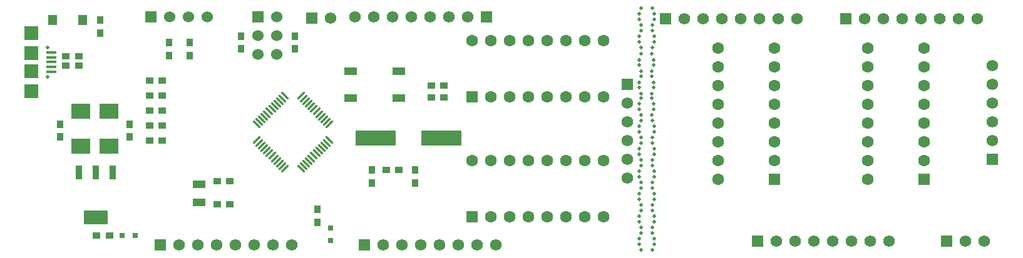
<source format=gbr>
%TF.GenerationSoftware,KiCad,Pcbnew,(6.0.4)*%
%TF.CreationDate,2022-05-03T20:53:16-03:00*%
%TF.ProjectId,PXN_2119,50584e5f-3231-4313-992e-6b696361645f,rev?*%
%TF.SameCoordinates,Original*%
%TF.FileFunction,Soldermask,Top*%
%TF.FilePolarity,Negative*%
%FSLAX46Y46*%
G04 Gerber Fmt 4.6, Leading zero omitted, Abs format (unit mm)*
G04 Created by KiCad (PCBNEW (6.0.4)) date 2022-05-03 20:53:16*
%MOMM*%
%LPD*%
G01*
G04 APERTURE LIST*
G04 Aperture macros list*
%AMHorizOval*
0 Thick line with rounded ends*
0 $1 width*
0 $2 $3 position (X,Y) of the first rounded end (center of the circle)*
0 $4 $5 position (X,Y) of the second rounded end (center of the circle)*
0 Add line between two ends*
20,1,$1,$2,$3,$4,$5,0*
0 Add two circle primitives to create the rounded ends*
1,1,$1,$2,$3*
1,1,$1,$4,$5*%
G04 Aperture macros list end*
%ADD10R,1.050000X0.950000*%
%ADD11R,1.575000X1.575000*%
%ADD12C,1.575000*%
%ADD13R,1.600000X1.600000*%
%ADD14C,1.600000*%
%ADD15R,1.524000X1.524000*%
%ADD16C,1.524000*%
%ADD17R,0.950000X1.050000*%
%ADD18R,2.500000X2.000000*%
%ADD19C,0.500000*%
%ADD20R,1.900000X1.900000*%
%ADD21R,1.350000X0.400000*%
%ADD22R,5.500000X2.000000*%
%ADD23R,1.800000X1.000000*%
%ADD24R,1.270000X1.471000*%
%ADD25R,0.800000X0.800000*%
%ADD26HorizOval,0.270000X-0.434871X0.434871X0.434871X-0.434871X0*%
%ADD27HorizOval,0.270000X0.434871X0.434871X-0.434871X-0.434871X0*%
%ADD28R,0.950000X1.900000*%
%ADD29R,3.250000X1.900000*%
%ADD30R,1.700000X1.000000*%
G04 APERTURE END LIST*
D10*
%TO.C,C9*%
X104624000Y-105322000D03*
X106374000Y-105322000D03*
%TD*%
D11*
%TO.C,H4*%
X141059000Y-83097000D03*
D12*
X138519000Y-83097000D03*
X135979000Y-83097000D03*
X133439000Y-83097000D03*
X130899000Y-83097000D03*
X128359000Y-83097000D03*
X125819000Y-83097000D03*
X123279000Y-83097000D03*
%TD*%
D13*
%TO.C,U4*%
X139154000Y-110148000D03*
D14*
X141694000Y-110148000D03*
X144234000Y-110148000D03*
X146774000Y-110148000D03*
X149314000Y-110148000D03*
X151854000Y-110148000D03*
X154394000Y-110148000D03*
X156934000Y-110148000D03*
X156934000Y-102528000D03*
X154394000Y-102528000D03*
X151854000Y-102528000D03*
X149314000Y-102528000D03*
X146774000Y-102528000D03*
X144234000Y-102528000D03*
X141694000Y-102528000D03*
X139154000Y-102528000D03*
%TD*%
D15*
%TO.C,P1*%
X110198000Y-83097000D03*
D16*
X112738000Y-83097000D03*
X110198000Y-85637000D03*
X112738000Y-85637000D03*
X110198000Y-88177000D03*
X112738000Y-88177000D03*
%TD*%
D17*
%TO.C,R5*%
X118199000Y-110896000D03*
X118199000Y-109146000D03*
%TD*%
D10*
%TO.C,C2*%
X135330000Y-94019000D03*
X133580000Y-94019000D03*
%TD*%
%TO.C,C3*%
X97230000Y-93765000D03*
X95480000Y-93765000D03*
%TD*%
D18*
%TO.C,C5*%
X86195000Y-100560000D03*
X86195000Y-95860000D03*
%TD*%
D11*
%TO.C,H6*%
X203289000Y-113475000D03*
D12*
X205829000Y-113475000D03*
X208369000Y-113475000D03*
%TD*%
D10*
%TO.C,C10*%
X97230000Y-97829000D03*
X95480000Y-97829000D03*
%TD*%
D11*
%TO.C,H8*%
X209512000Y-102401000D03*
D12*
X209512000Y-99861000D03*
X209512000Y-97321000D03*
X209512000Y-94781000D03*
X209512000Y-92241000D03*
X209512000Y-89701000D03*
%TD*%
D13*
%TO.C,U5*%
X200241000Y-105068000D03*
D14*
X200241000Y-102528000D03*
X200241000Y-99988000D03*
X200241000Y-97448000D03*
X200241000Y-94908000D03*
X200241000Y-92368000D03*
X200241000Y-89828000D03*
X200241000Y-87288000D03*
X192621000Y-87288000D03*
X192621000Y-89828000D03*
X192621000Y-92368000D03*
X192621000Y-94908000D03*
X192621000Y-97448000D03*
X192621000Y-99988000D03*
X192621000Y-102528000D03*
X192621000Y-105068000D03*
%TD*%
D19*
%TO.C,U3*%
X81667000Y-91193000D03*
X81667000Y-87193000D03*
D20*
X79517000Y-93143000D03*
X79517000Y-87993000D03*
X79517000Y-85243000D03*
X79517000Y-90393000D03*
D21*
X82192000Y-87893000D03*
X82192000Y-88543000D03*
X82192000Y-89193000D03*
X82192000Y-89843000D03*
X82192000Y-90493000D03*
%TD*%
D19*
%TO.C,mouse-bite-1mm-slot-6*%
X163464000Y-99424000D03*
X161714000Y-97924000D03*
X163714000Y-98624000D03*
X161964000Y-97124000D03*
X163464000Y-97124000D03*
X161714000Y-98624000D03*
X161964000Y-99424000D03*
X163714000Y-97924000D03*
%TD*%
D10*
%TO.C,R11*%
X84187000Y-89627000D03*
X85937000Y-89627000D03*
%TD*%
D22*
%TO.C,X2*%
X134968000Y-99480000D03*
X126068000Y-99480000D03*
%TD*%
D10*
%TO.C,C1*%
X97230000Y-99861000D03*
X95480000Y-99861000D03*
%TD*%
D11*
%TO.C,H1*%
X165316000Y-83351000D03*
D12*
X167856000Y-83351000D03*
X170396000Y-83351000D03*
X172936000Y-83351000D03*
X175476000Y-83351000D03*
X178016000Y-83351000D03*
X180556000Y-83351000D03*
X183096000Y-83351000D03*
%TD*%
D19*
%TO.C,mouse-bite-1mm-slot-1*%
X161964000Y-114664000D03*
X161714000Y-113164000D03*
X161714000Y-113864000D03*
X163464000Y-112364000D03*
X163714000Y-113864000D03*
X163464000Y-114664000D03*
X163714000Y-113164000D03*
X161964000Y-112364000D03*
%TD*%
D17*
%TO.C,C8*%
X92799000Y-97589000D03*
X92799000Y-99339000D03*
%TD*%
D10*
%TO.C,R9*%
X84187000Y-88357000D03*
X85937000Y-88357000D03*
%TD*%
D19*
%TO.C,mouse-bite-1mm-slot-11*%
X161964000Y-84184000D03*
X163464000Y-81884000D03*
X161714000Y-82684000D03*
X163714000Y-82684000D03*
X161714000Y-83384000D03*
X163714000Y-83384000D03*
X161964000Y-81884000D03*
X163464000Y-84184000D03*
%TD*%
D17*
%TO.C,R7*%
X100927000Y-88290000D03*
X100927000Y-86540000D03*
%TD*%
D19*
%TO.C,mouse-bite-1mm-slot-3*%
X163464000Y-106268000D03*
X163464000Y-108568000D03*
X161964000Y-108568000D03*
X161714000Y-107768000D03*
X163714000Y-107768000D03*
X161714000Y-107068000D03*
X163714000Y-107068000D03*
X161964000Y-106268000D03*
%TD*%
D11*
%TO.C,H2*%
X189700000Y-83351000D03*
D12*
X192240000Y-83351000D03*
X194780000Y-83351000D03*
X197320000Y-83351000D03*
X199860000Y-83351000D03*
X202400000Y-83351000D03*
X204940000Y-83351000D03*
X207480000Y-83351000D03*
%TD*%
D17*
%TO.C,R8*%
X98133000Y-88290000D03*
X98133000Y-86540000D03*
%TD*%
D11*
%TO.C,H9*%
X96990000Y-113958000D03*
D12*
X99530000Y-113958000D03*
X102070000Y-113958000D03*
X104610000Y-113958000D03*
X107150000Y-113958000D03*
X109690000Y-113958000D03*
X112230000Y-113958000D03*
X114770000Y-113958000D03*
%TD*%
D10*
%TO.C,C11*%
X97230000Y-95797000D03*
X95480000Y-95797000D03*
%TD*%
D15*
%TO.C,P2*%
X95720000Y-83097000D03*
D16*
X98260000Y-83097000D03*
X100800000Y-83097000D03*
X103340000Y-83097000D03*
%TD*%
D23*
%TO.C,X3*%
X102197000Y-108223000D03*
X102197000Y-105723000D03*
%TD*%
D19*
%TO.C,mouse-bite-1mm-slot-4*%
X163464000Y-103220000D03*
X161714000Y-104720000D03*
X163714000Y-104020000D03*
X161964000Y-105520000D03*
X163464000Y-105520000D03*
X163714000Y-104720000D03*
X161714000Y-104020000D03*
X161964000Y-103220000D03*
%TD*%
D24*
%TO.C,D1*%
X82360000Y-83478000D03*
X86474000Y-83478000D03*
%TD*%
D17*
%TO.C,C14*%
X125565000Y-105562000D03*
X125565000Y-103812000D03*
%TD*%
D10*
%TO.C,R1*%
X90080000Y-112703000D03*
X88330000Y-112703000D03*
%TD*%
D13*
%TO.C,U6*%
X180048000Y-105068000D03*
D14*
X180048000Y-102528000D03*
X180048000Y-99988000D03*
X180048000Y-97448000D03*
X180048000Y-94908000D03*
X180048000Y-92368000D03*
X180048000Y-89828000D03*
X180048000Y-87288000D03*
X172428000Y-87288000D03*
X172428000Y-89828000D03*
X172428000Y-92368000D03*
X172428000Y-94908000D03*
X172428000Y-97448000D03*
X172428000Y-99988000D03*
X172428000Y-102528000D03*
X172428000Y-105068000D03*
%TD*%
D17*
%TO.C,R3*%
X107912000Y-87401000D03*
X107912000Y-85651000D03*
%TD*%
D11*
%TO.C,H10*%
X124549000Y-113958000D03*
D12*
X127089000Y-113958000D03*
X129629000Y-113958000D03*
X132169000Y-113958000D03*
X134709000Y-113958000D03*
X137249000Y-113958000D03*
X139789000Y-113958000D03*
X142329000Y-113958000D03*
%TD*%
D19*
%TO.C,mouse-bite-1mm-slot-9*%
X161702000Y-89600000D03*
X163702000Y-88900000D03*
X161952000Y-90400000D03*
X161952000Y-88100000D03*
X163702000Y-89600000D03*
X163452000Y-90400000D03*
X161702000Y-88900000D03*
X163452000Y-88100000D03*
%TD*%
D25*
%TO.C,LED3*%
X93523000Y-112688000D03*
X91821000Y-112688000D03*
%TD*%
D17*
%TO.C,C13*%
X131407000Y-105562000D03*
X131407000Y-103812000D03*
%TD*%
%TO.C,C7*%
X83401000Y-97589000D03*
X83401000Y-99339000D03*
%TD*%
D13*
%TO.C,U2*%
X139154000Y-93892000D03*
D14*
X141694000Y-93892000D03*
X144234000Y-93892000D03*
X146774000Y-93892000D03*
X149314000Y-93892000D03*
X151854000Y-93892000D03*
X154394000Y-93892000D03*
X156934000Y-93892000D03*
X156934000Y-86272000D03*
X154394000Y-86272000D03*
X151854000Y-86272000D03*
X149314000Y-86272000D03*
X146774000Y-86272000D03*
X144234000Y-86272000D03*
X141694000Y-86272000D03*
X139154000Y-86272000D03*
%TD*%
D19*
%TO.C,mouse-bite-1mm-slot-10*%
X163464000Y-87232000D03*
X163714000Y-85732000D03*
X161714000Y-86432000D03*
X163464000Y-84932000D03*
X161714000Y-85732000D03*
X161964000Y-87232000D03*
X161964000Y-84932000D03*
X163714000Y-86432000D03*
%TD*%
D17*
%TO.C,R10*%
X88862000Y-85242000D03*
X88862000Y-83492000D03*
%TD*%
D25*
%TO.C,LED4*%
X119977000Y-111710000D03*
X119977000Y-113412000D03*
%TD*%
D11*
%TO.C,H7*%
X160109000Y-92241000D03*
D12*
X160109000Y-94781000D03*
X160109000Y-97321000D03*
X160109000Y-99861000D03*
X160109000Y-102401000D03*
X160109000Y-104941000D03*
%TD*%
D26*
%TO.C,U7*%
X115957660Y-103667747D03*
X116311214Y-103314194D03*
X116664767Y-102960641D03*
X117018320Y-102607087D03*
X117371874Y-102253534D03*
X117725427Y-101899981D03*
X118078981Y-101546427D03*
X118432534Y-101192874D03*
X118786087Y-100839320D03*
X119139641Y-100485767D03*
X119493194Y-100132214D03*
X119846747Y-99778660D03*
D27*
X119846747Y-97657340D03*
X119493194Y-97303786D03*
X119139641Y-96950233D03*
X118786087Y-96596680D03*
X118432534Y-96243126D03*
X118078981Y-95889573D03*
X117725427Y-95536019D03*
X117371874Y-95182466D03*
X117018320Y-94828913D03*
X116664767Y-94475359D03*
X116311214Y-94121806D03*
X115957660Y-93768253D03*
D26*
X113836340Y-93768253D03*
X113482786Y-94121806D03*
X113129233Y-94475359D03*
X112775680Y-94828913D03*
X112422126Y-95182466D03*
X112068573Y-95536019D03*
X111715019Y-95889573D03*
X111361466Y-96243126D03*
X111007913Y-96596680D03*
X110654359Y-96950233D03*
X110300806Y-97303786D03*
X109947253Y-97657340D03*
D27*
X109947253Y-99778660D03*
X110300806Y-100132214D03*
X110654359Y-100485767D03*
X111007913Y-100839320D03*
X111361466Y-101192874D03*
X111715019Y-101546427D03*
X112068573Y-101899981D03*
X112422126Y-102253534D03*
X112775680Y-102607087D03*
X113129233Y-102960641D03*
X113482786Y-103314194D03*
X113836340Y-103667747D03*
%TD*%
D28*
%TO.C,U8*%
X90527000Y-104177000D03*
X88227000Y-104177000D03*
X85927000Y-104177000D03*
D29*
X88227000Y-110277000D03*
%TD*%
D19*
%TO.C,mouse-bite-1mm-slot-8*%
X163702000Y-91948000D03*
X161702000Y-91948000D03*
X163452000Y-91148000D03*
X161952000Y-91148000D03*
X161952000Y-93448000D03*
X163702000Y-92648000D03*
X163452000Y-93448000D03*
X161702000Y-92648000D03*
%TD*%
D18*
%TO.C,C6*%
X90005000Y-100560000D03*
X90005000Y-95860000D03*
%TD*%
D10*
%TO.C,R6*%
X127484000Y-103798000D03*
X129234000Y-103798000D03*
%TD*%
D19*
%TO.C,mouse-bite-1mm-slot-5*%
X163714000Y-101672000D03*
X163464000Y-100172000D03*
X161964000Y-102472000D03*
X163464000Y-102472000D03*
X161714000Y-101672000D03*
X163714000Y-100972000D03*
X161714000Y-100972000D03*
X161964000Y-100172000D03*
%TD*%
D10*
%TO.C,C12*%
X104624000Y-108497000D03*
X106374000Y-108497000D03*
%TD*%
D19*
%TO.C,mouse-bite-1mm-slot-2*%
X161964000Y-111616000D03*
X163464000Y-111616000D03*
X161964000Y-109316000D03*
X163714000Y-110816000D03*
X163464000Y-109316000D03*
X163714000Y-110116000D03*
X161714000Y-110116000D03*
X161714000Y-110816000D03*
%TD*%
D11*
%TO.C,H3*%
X177762000Y-113450000D03*
D12*
X180302000Y-113450000D03*
X182842000Y-113450000D03*
X185382000Y-113450000D03*
X187922000Y-113450000D03*
X190462000Y-113450000D03*
X193002000Y-113450000D03*
X195542000Y-113450000D03*
%TD*%
D17*
%TO.C,R4*%
X115151000Y-87401000D03*
X115151000Y-85651000D03*
%TD*%
D30*
%TO.C,SW1*%
X122646000Y-90392000D03*
X129246000Y-90391000D03*
X122646000Y-94091000D03*
X129246000Y-94091000D03*
%TD*%
D11*
%TO.C,H5*%
X117437000Y-83224000D03*
D12*
X119977000Y-83224000D03*
%TD*%
D10*
%TO.C,C4*%
X97230000Y-91733000D03*
X95480000Y-91733000D03*
%TD*%
%TO.C,R2*%
X133580000Y-92368000D03*
X135330000Y-92368000D03*
%TD*%
D19*
%TO.C,mouse-bite-1mm-slot-7*%
X163702000Y-95576000D03*
X163452000Y-94076000D03*
X163702000Y-94876000D03*
X161952000Y-96376000D03*
X161702000Y-94876000D03*
X161952000Y-94076000D03*
X163452000Y-96376000D03*
X161702000Y-95576000D03*
%TD*%
M02*

</source>
